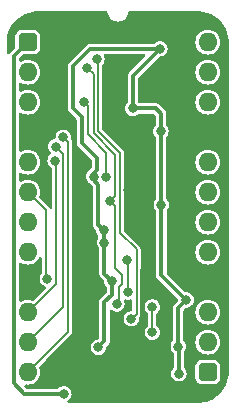
<source format=gbl>
%TF.GenerationSoftware,KiCad,Pcbnew,8.0.4*%
%TF.CreationDate,2024-08-14T13:43:47+02:00*%
%TF.ProjectId,Video Row Latch,56696465-6f20-4526-9f77-204c61746368,V0*%
%TF.SameCoordinates,PX54c81a0PY37b6b20*%
%TF.FileFunction,Copper,L2,Bot*%
%TF.FilePolarity,Positive*%
%FSLAX46Y46*%
G04 Gerber Fmt 4.6, Leading zero omitted, Abs format (unit mm)*
G04 Created by KiCad (PCBNEW 8.0.4) date 2024-08-14 13:43:47*
%MOMM*%
%LPD*%
G01*
G04 APERTURE LIST*
G04 Aperture macros list*
%AMRoundRect*
0 Rectangle with rounded corners*
0 $1 Rounding radius*
0 $2 $3 $4 $5 $6 $7 $8 $9 X,Y pos of 4 corners*
0 Add a 4 corners polygon primitive as box body*
4,1,4,$2,$3,$4,$5,$6,$7,$8,$9,$2,$3,0*
0 Add four circle primitives for the rounded corners*
1,1,$1+$1,$2,$3*
1,1,$1+$1,$4,$5*
1,1,$1+$1,$6,$7*
1,1,$1+$1,$8,$9*
0 Add four rect primitives between the rounded corners*
20,1,$1+$1,$2,$3,$4,$5,0*
20,1,$1+$1,$4,$5,$6,$7,0*
20,1,$1+$1,$6,$7,$8,$9,0*
20,1,$1+$1,$8,$9,$2,$3,0*%
G04 Aperture macros list end*
%TA.AperFunction,ComponentPad*%
%ADD10RoundRect,0.400000X-0.400000X-0.400000X0.400000X-0.400000X0.400000X0.400000X-0.400000X0.400000X0*%
%TD*%
%TA.AperFunction,ComponentPad*%
%ADD11O,1.600000X1.600000*%
%TD*%
%TA.AperFunction,ComponentPad*%
%ADD12R,1.600000X1.600000*%
%TD*%
%TA.AperFunction,ViaPad*%
%ADD13C,0.800000*%
%TD*%
%TA.AperFunction,Conductor*%
%ADD14C,0.380000*%
%TD*%
%TA.AperFunction,Conductor*%
%ADD15C,0.200000*%
%TD*%
G04 APERTURE END LIST*
D10*
%TO.P,J1,1,Pin_1*%
%TO.N,/5V*%
X0Y0D03*
D11*
%TO.P,J1,2,Pin_2*%
%TO.N,unconnected-(J1-Pin_2-Pad2)*%
X0Y-2540000D03*
%TO.P,J1,3,Pin_3*%
%TO.N,unconnected-(J1-Pin_3-Pad3)*%
X0Y-5080000D03*
D12*
%TO.P,J1,4,Pin_4*%
%TO.N,/GND*%
X0Y-7620000D03*
D11*
%TO.P,J1,5,Pin_5*%
%TO.N,/CLK*%
X0Y-10160000D03*
%TO.P,J1,6,Pin_6*%
%TO.N,/~{CLK}*%
X0Y-12700000D03*
%TO.P,J1,7,Pin_7*%
%TO.N,unconnected-(J1-Pin_7-Pad7)*%
X0Y-15240000D03*
%TO.P,J1,8,Pin_8*%
%TO.N,/MR*%
X0Y-17780000D03*
D12*
%TO.P,J1,9,Pin_9*%
%TO.N,/GND*%
X0Y-20320000D03*
D11*
%TO.P,J1,10,Pin_10*%
%TO.N,/LA2*%
X0Y-22860000D03*
%TO.P,J1,11,Pin_11*%
%TO.N,/LA1*%
X0Y-25400000D03*
%TO.P,J1,12,Pin_12*%
%TO.N,/LA0*%
X0Y-27940000D03*
D10*
%TO.P,J1,13,Pin_13*%
%TO.N,/5V*%
X15240000Y-27940000D03*
D11*
%TO.P,J1,14,Pin_14*%
%TO.N,unconnected-(J1-Pin_14-Pad14)*%
X15240000Y-25400000D03*
%TO.P,J1,15,Pin_15*%
%TO.N,unconnected-(J1-Pin_15-Pad15)*%
X15240000Y-22860000D03*
D12*
%TO.P,J1,16,Pin_16*%
%TO.N,/GND*%
X15240000Y-20320000D03*
D11*
%TO.P,J1,17,Pin_17*%
%TO.N,unconnected-(J1-Pin_17-Pad17)*%
X15240000Y-17780000D03*
%TO.P,J1,18,Pin_18*%
%TO.N,unconnected-(J1-Pin_18-Pad18)*%
X15240000Y-15240000D03*
%TO.P,J1,19,Pin_19*%
%TO.N,unconnected-(J1-Pin_19-Pad19)*%
X15240000Y-12700000D03*
%TO.P,J1,20,Pin_20*%
%TO.N,unconnected-(J1-Pin_20-Pad20)*%
X15240000Y-10160000D03*
D12*
%TO.P,J1,21,Pin_21*%
%TO.N,/GND*%
X15240000Y-7620000D03*
D11*
%TO.P,J1,22,Pin_22*%
%TO.N,/~{Load Address Bank}*%
X15240000Y-5080000D03*
%TO.P,J1,23,Pin_23*%
%TO.N,/~{Load Address High}*%
X15240000Y-2540000D03*
%TO.P,J1,24,Pin_24*%
%TO.N,/~{Load Address Low}*%
X15240000Y0D03*
%TD*%
D13*
%TO.N,/GND*%
X12319000Y-3302000D03*
X7925998Y-1524000D03*
%TO.N,/5V*%
X3048000Y-29779000D03*
%TO.N,/GND*%
X5002000Y-10369256D03*
X7925998Y306004D03*
X4510000Y-18857000D03*
X6703293Y-5842002D03*
X4635504Y-15745504D03*
X5138200Y-12763085D03*
X11176000Y-26416000D03*
X8538828Y-10114488D03*
X4572000Y-24191000D03*
X4318000Y-26985000D03*
X10414000Y-18603000D03*
X8508994Y-12507000D03*
X9525000Y-24336000D03*
X10430422Y-6600794D03*
%TO.N,/3.3V*%
X6412000Y-15904240D03*
X6489000Y-16980331D03*
X13398496Y-21841498D03*
X5969000Y-25842000D03*
X7118633Y-20242620D03*
X12737738Y-25776029D03*
X8903293Y-5614000D03*
X11269006Y-7550999D03*
X5589000Y-11390479D03*
X11302997Y-13776997D03*
X12797000Y-28073500D03*
X11185000Y-567000D03*
%TO.N,/~{MR}*%
X8382000Y-18476004D03*
X8497000Y-21166955D03*
%TO.N,/CLK*%
X6985000Y-13462000D03*
X5034000Y-2185000D03*
X7534483Y-22162458D03*
%TO.N,/CEP*%
X6638828Y-11409623D03*
X4747919Y-5051919D03*
%TO.N,/LA2*%
X2310000Y-10026032D03*
%TO.N,/LA1*%
X2387286Y-8843616D03*
%TO.N,/LA0*%
X3001455Y-8054438D03*
%TO.N,/~{MR}_{2}*%
X5842000Y-1434000D03*
X8763000Y-23429000D03*
%TO.N,/~{CLK}*%
X10541000Y-24572000D03*
X1651000Y-20066000D03*
X10541000Y-22413000D03*
%TD*%
D14*
%TO.N,/GND*%
X13716000Y-9144000D02*
X15240000Y-7620000D01*
X13716000Y-18796000D02*
X13716000Y-9144000D01*
X15240000Y-20320000D02*
X13716000Y-18796000D01*
X12319000Y-4699000D02*
X12319000Y-3302000D01*
X15240000Y-7620000D02*
X12319000Y-4699000D01*
D15*
%TO.N,/~{MR}_{2}*%
X5969000Y-7554000D02*
X5969000Y-1561000D01*
X7788828Y-9373828D02*
X5969000Y-7554000D01*
X9212015Y-17552669D02*
X7788828Y-16129482D01*
X9212015Y-22979985D02*
X9212015Y-17552669D01*
X8763000Y-23429000D02*
X9212015Y-22979985D01*
X5969000Y-1561000D02*
X5842000Y-1434000D01*
X7788828Y-16129482D02*
X7788828Y-9373828D01*
D14*
%TO.N,/GND*%
X5327760Y306004D02*
X7925998Y306004D01*
X3230000Y-5828244D02*
X3230000Y-1791756D01*
X3937000Y-9304256D02*
X3937000Y-6535244D01*
X5002000Y-10369256D02*
X3937000Y-9304256D01*
X3937000Y-6535244D02*
X3230000Y-5828244D01*
X3230000Y-1791756D02*
X5327760Y306004D01*
%TO.N,/3.3V*%
X8903293Y-2848707D02*
X11185000Y-567000D01*
X8903293Y-5614000D02*
X8903293Y-2848707D01*
X5275000Y-567000D02*
X11185000Y-567000D01*
X3810000Y-5588000D02*
X3810000Y-2032000D01*
X4572000Y-6350000D02*
X3810000Y-5588000D01*
X4572000Y-8509000D02*
X4572000Y-6350000D01*
X3810000Y-2032000D02*
X5275000Y-567000D01*
X5842000Y-9779000D02*
X4572000Y-8509000D01*
X5842000Y-10795000D02*
X5842000Y-9779000D01*
X5589000Y-11048000D02*
X5842000Y-10795000D01*
X5589000Y-11390479D02*
X5589000Y-11048000D01*
%TO.N,/GND*%
X4749000Y-10622256D02*
X5002000Y-10369256D01*
X5138200Y-12763085D02*
X4749000Y-12373885D01*
X4749000Y-12373885D02*
X4749000Y-10622256D01*
%TO.N,/5V*%
X-1190000Y-28874915D02*
X-285915Y-29779000D01*
X-1190000Y-1190000D02*
X-1190000Y-28874915D01*
X-285915Y-29779000D02*
X3048000Y-29779000D01*
X0Y0D02*
X-1190000Y-1190000D01*
%TO.N,/GND*%
X4510000Y-18857000D02*
X4981000Y-19328000D01*
X5207000Y-16317000D02*
X4635504Y-15745504D01*
X5138200Y-12763085D02*
X4635504Y-13265781D01*
X4981000Y-19328000D02*
X4981000Y-23782000D01*
X8508994Y-12507000D02*
X10414000Y-14412006D01*
X7462085Y-6600794D02*
X6703293Y-5842002D01*
X9702015Y-19314985D02*
X9702015Y-24158985D01*
X10430422Y-6600794D02*
X7462085Y-6600794D01*
X4191000Y-24572000D02*
X4572000Y-24191000D01*
X8508994Y-12507000D02*
X8508994Y-10144322D01*
X5207000Y-18160000D02*
X5207000Y-16317000D01*
X10414000Y-14412006D02*
X10414000Y-18603000D01*
X10414000Y-18603000D02*
X9702015Y-19314985D01*
X4635504Y-13265781D02*
X4635504Y-15745504D01*
X4510000Y-18857000D02*
X5207000Y-18160000D01*
X9702015Y-24158985D02*
X9525000Y-24336000D01*
X8508994Y-10144322D02*
X8538828Y-10114488D01*
X4318000Y-26985000D02*
X4191000Y-26858000D01*
X4191000Y-26858000D02*
X4191000Y-24572000D01*
X4981000Y-23782000D02*
X4572000Y-24191000D01*
%TO.N,/3.3V*%
X11269006Y-7550999D02*
X11269006Y-13743006D01*
X6412000Y-15904240D02*
X5969000Y-15461240D01*
X6412000Y-16903331D02*
X6489000Y-16980331D01*
X10821000Y-5614000D02*
X11269006Y-6062006D01*
X12737738Y-22502256D02*
X13398496Y-21841498D01*
X5969000Y-15461240D02*
X5969000Y-12065000D01*
X6477000Y-25334000D02*
X5969000Y-25842000D01*
X11269006Y-6062006D02*
X11269006Y-7550999D01*
X12797000Y-25835291D02*
X12737738Y-25776029D01*
X8903293Y-5614000D02*
X10821000Y-5614000D01*
X6412000Y-15904240D02*
X6412000Y-16903331D01*
X7118633Y-20242620D02*
X7118633Y-21390367D01*
X13398496Y-21841498D02*
X11302997Y-19745999D01*
X6489000Y-19612987D02*
X6489000Y-16980331D01*
X12797000Y-28073500D02*
X12797000Y-25835291D01*
X7118633Y-20242620D02*
X6489000Y-19612987D01*
X6477000Y-22032000D02*
X6477000Y-25334000D01*
X12737738Y-25776029D02*
X12737738Y-22502256D01*
X11302997Y-19745999D02*
X11302997Y-13776997D01*
X11269006Y-13743006D02*
X11302997Y-13776997D01*
X5589000Y-11685000D02*
X5589000Y-11390479D01*
X5969000Y-12065000D02*
X5589000Y-11685000D01*
X7118633Y-21390367D02*
X6477000Y-22032000D01*
D15*
%TO.N,/~{MR}*%
X8516000Y-21147955D02*
X8497000Y-21166955D01*
X8382000Y-18476004D02*
X8516000Y-18610004D01*
X8516000Y-18610004D02*
X8516000Y-21147955D01*
%TO.N,/CLK*%
X7388828Y-13865828D02*
X7388828Y-19089167D01*
X7747000Y-20762000D02*
X7747000Y-21949941D01*
X7747000Y-21949941D02*
X7534483Y-22162458D01*
X7388828Y-19089167D02*
X8001000Y-19701339D01*
X7388828Y-13058172D02*
X6985000Y-13462000D01*
X8001000Y-20508000D02*
X7747000Y-20762000D01*
X7388828Y-9539514D02*
X7388828Y-13058172D01*
X5034000Y-2185000D02*
X5569000Y-2720000D01*
X6985000Y-13462000D02*
X7388828Y-13865828D01*
X8001000Y-19701339D02*
X8001000Y-20508000D01*
X5569000Y-2720000D02*
X5569000Y-7719686D01*
X5569000Y-7719686D02*
X7388828Y-9539514D01*
%TO.N,/CEP*%
X5080000Y-7808000D02*
X5080000Y-5384000D01*
X5080000Y-5384000D02*
X4747919Y-5051919D01*
X6638828Y-11409623D02*
X6638828Y-9366828D01*
X6638828Y-9366828D02*
X5080000Y-7808000D01*
%TO.N,/LA2*%
X2413000Y-20447000D02*
X2413000Y-10129032D01*
X0Y-22860000D02*
X2413000Y-20447000D01*
X2413000Y-10129032D02*
X2310000Y-10026032D01*
%TO.N,/LA1*%
X2387286Y-8843616D02*
X3010000Y-9466330D01*
X3010000Y-22390000D02*
X0Y-25400000D01*
X3010000Y-9466330D02*
X3010000Y-22390000D01*
%TO.N,/LA0*%
X3410000Y-8462983D02*
X3410000Y-24530000D01*
X3410000Y-24530000D02*
X0Y-27940000D01*
X3001455Y-8054438D02*
X3410000Y-8462983D01*
%TO.N,/~{CLK}*%
X1524000Y-14224000D02*
X0Y-12700000D01*
X10541000Y-24572000D02*
X10541000Y-22413000D01*
X1651000Y-20066000D02*
X1524000Y-19939000D01*
X1524000Y-19939000D02*
X1524000Y-14224000D01*
%TD*%
%TA.AperFunction,Conductor*%
%TO.N,/GND*%
G36*
X1524000Y-29338500D02*
G01*
X-52092Y-29338500D01*
X-119131Y-29318815D01*
X-139773Y-29302181D01*
X-250086Y-29191868D01*
X-283571Y-29130545D01*
X-278587Y-29060853D01*
X-236715Y-29004920D01*
X-171251Y-28980503D01*
X-150256Y-28980783D01*
X0Y-28995583D01*
X205934Y-28975300D01*
X403954Y-28915232D01*
X586450Y-28817685D01*
X746410Y-28686410D01*
X877685Y-28526450D01*
X975232Y-28343954D01*
X1035300Y-28145934D01*
X1055583Y-27940000D01*
X1035300Y-27734066D01*
X979210Y-27549163D01*
X978588Y-27479298D01*
X1010189Y-27425491D01*
X1524000Y-26911681D01*
X1524000Y-29338500D01*
G37*
%TD.AperFunction*%
%TA.AperFunction,Conductor*%
G36*
X1122922Y-18208129D02*
G01*
X1165291Y-18263687D01*
X1173500Y-18308055D01*
X1173500Y-19574021D01*
X1153815Y-19641060D01*
X1151550Y-19644461D01*
X1070781Y-19761475D01*
X1070780Y-19761476D01*
X1014762Y-19909181D01*
X995722Y-20065999D01*
X995722Y-20066000D01*
X1014762Y-20222818D01*
X1048476Y-20311712D01*
X1070780Y-20370523D01*
X1160517Y-20500530D01*
X1278760Y-20605283D01*
X1418635Y-20678696D01*
X1419352Y-20678872D01*
X1419824Y-20679147D01*
X1425650Y-20681357D01*
X1425282Y-20682325D01*
X1479734Y-20714025D01*
X1511527Y-20776242D01*
X1504635Y-20845771D01*
X1477365Y-20886952D01*
X514508Y-21849808D01*
X453185Y-21883293D01*
X390833Y-21880788D01*
X205934Y-21824700D01*
X205932Y-21824699D01*
X205934Y-21824699D01*
X0Y-21804417D01*
X-205933Y-21824699D01*
X-403959Y-21884769D01*
X-567047Y-21971943D01*
X-635449Y-21986185D01*
X-700693Y-21961185D01*
X-742064Y-21904880D01*
X-749500Y-21862585D01*
X-749500Y-18777414D01*
X-729815Y-18710375D01*
X-677011Y-18664620D01*
X-607853Y-18654676D01*
X-567050Y-18668054D01*
X-403954Y-18755232D01*
X-205934Y-18815300D01*
X-205935Y-18815300D01*
X-187471Y-18817118D01*
X0Y-18835583D01*
X205934Y-18815300D01*
X403954Y-18755232D01*
X586450Y-18657685D01*
X746410Y-18526410D01*
X877685Y-18366450D01*
X940143Y-18249599D01*
X989105Y-18199757D01*
X1057242Y-18184297D01*
X1122922Y-18208129D01*
G37*
%TD.AperFunction*%
%TA.AperFunction,Conductor*%
G36*
X1524000Y-13728318D02*
G01*
X1010191Y-13214509D01*
X976706Y-13153186D01*
X979210Y-13090837D01*
X1035300Y-12905934D01*
X1055583Y-12700000D01*
X1035300Y-12494066D01*
X975232Y-12296046D01*
X877685Y-12113550D01*
X825702Y-12050209D01*
X746410Y-11953589D01*
X628677Y-11856969D01*
X586450Y-11822315D01*
X403954Y-11724768D01*
X205934Y-11664700D01*
X205932Y-11664699D01*
X205934Y-11664699D01*
X0Y-11644417D01*
X-205933Y-11664699D01*
X-403959Y-11724769D01*
X-567047Y-11811943D01*
X-635449Y-11826185D01*
X-700693Y-11801185D01*
X-742064Y-11744880D01*
X-749500Y-11702585D01*
X-749500Y-11157414D01*
X-729815Y-11090375D01*
X-677011Y-11044620D01*
X-607853Y-11034676D01*
X-567050Y-11048054D01*
X-403954Y-11135232D01*
X-205934Y-11195300D01*
X-205935Y-11195300D01*
X-187471Y-11197118D01*
X0Y-11215583D01*
X205934Y-11195300D01*
X403954Y-11135232D01*
X586450Y-11037685D01*
X746410Y-10906410D01*
X877685Y-10746450D01*
X975232Y-10563954D01*
X1035300Y-10365934D01*
X1055583Y-10160000D01*
X1035300Y-9954066D01*
X975232Y-9756046D01*
X877685Y-9573550D01*
X806450Y-9486749D01*
X746410Y-9413589D01*
X628677Y-9316969D01*
X586450Y-9282315D01*
X403954Y-9184768D01*
X205934Y-9124700D01*
X205932Y-9124699D01*
X205934Y-9124699D01*
X0Y-9104417D01*
X-205933Y-9124699D01*
X-403959Y-9184769D01*
X-567047Y-9271943D01*
X-635449Y-9286185D01*
X-700693Y-9261185D01*
X-742064Y-9204880D01*
X-749500Y-9162585D01*
X-749500Y-6077414D01*
X-729815Y-6010375D01*
X-677011Y-5964620D01*
X-607853Y-5954676D01*
X-567050Y-5968054D01*
X-403954Y-6055232D01*
X-205934Y-6115300D01*
X-205935Y-6115300D01*
X-187471Y-6117118D01*
X0Y-6135583D01*
X205934Y-6115300D01*
X403954Y-6055232D01*
X586450Y-5957685D01*
X746410Y-5826410D01*
X877685Y-5666450D01*
X975232Y-5483954D01*
X1035300Y-5285934D01*
X1055583Y-5080000D01*
X1035300Y-4874066D01*
X975232Y-4676046D01*
X877685Y-4493550D01*
X825702Y-4430209D01*
X746410Y-4333589D01*
X628677Y-4236969D01*
X586450Y-4202315D01*
X403954Y-4104768D01*
X205934Y-4044700D01*
X205932Y-4044699D01*
X205934Y-4044699D01*
X0Y-4024417D01*
X-205933Y-4044699D01*
X-403959Y-4104769D01*
X-567047Y-4191943D01*
X-635449Y-4206185D01*
X-700693Y-4181185D01*
X-742064Y-4124880D01*
X-749500Y-4082585D01*
X-749500Y-3537414D01*
X-729815Y-3470375D01*
X-677011Y-3424620D01*
X-607853Y-3414676D01*
X-567050Y-3428054D01*
X-403954Y-3515232D01*
X-205934Y-3575300D01*
X-205935Y-3575300D01*
X-187471Y-3577118D01*
X0Y-3595583D01*
X205934Y-3575300D01*
X403954Y-3515232D01*
X586450Y-3417685D01*
X746410Y-3286410D01*
X877685Y-3126450D01*
X975232Y-2943954D01*
X1035300Y-2745934D01*
X1055583Y-2540000D01*
X1035300Y-2334066D01*
X975232Y-2136046D01*
X877685Y-1953550D01*
X825702Y-1890209D01*
X746410Y-1793589D01*
X628677Y-1696969D01*
X586450Y-1662315D01*
X403954Y-1564768D01*
X205934Y-1504700D01*
X205932Y-1504699D01*
X205934Y-1504699D01*
X0Y-1484417D01*
X-205933Y-1504699D01*
X-403959Y-1564769D01*
X-567047Y-1651943D01*
X-635449Y-1666185D01*
X-700693Y-1641185D01*
X-742064Y-1584880D01*
X-749500Y-1542585D01*
X-749500Y-1423823D01*
X-729815Y-1356784D01*
X-713181Y-1336142D01*
X-463858Y-1086819D01*
X-402535Y-1053334D01*
X-376177Y-1050500D01*
X465686Y-1050500D01*
X465694Y-1050500D01*
X502569Y-1047598D01*
X502571Y-1047597D01*
X502573Y-1047597D01*
X544191Y-1035505D01*
X660398Y-1001744D01*
X801865Y-918081D01*
X918081Y-801865D01*
X1001744Y-660398D01*
X1047598Y-502569D01*
X1050500Y-465694D01*
X1050500Y465694D01*
X1047598Y502569D01*
X1001744Y660398D01*
X918081Y801865D01*
X918079Y801867D01*
X918076Y801871D01*
X801870Y918077D01*
X801862Y918083D01*
X660396Y1001745D01*
X660393Y1001746D01*
X502573Y1047598D01*
X502567Y1047599D01*
X465701Y1050500D01*
X465694Y1050500D01*
X-465694Y1050500D01*
X-465702Y1050500D01*
X-502568Y1047599D01*
X-502574Y1047598D01*
X-660394Y1001746D01*
X-660397Y1001745D01*
X-801863Y918083D01*
X-801871Y918077D01*
X-918077Y801871D01*
X-918083Y801863D01*
X-1001745Y660397D01*
X-1001746Y660394D01*
X-1047598Y502574D01*
X-1047599Y502568D01*
X-1050500Y465702D01*
X-1050500Y-376177D01*
X-1070185Y-443216D01*
X-1086819Y-463858D01*
X-1542486Y-919524D01*
X-1542488Y-919527D01*
X-1546614Y-926674D01*
X-1597182Y-974888D01*
X-1665790Y-988109D01*
X-1730654Y-962140D01*
X-1771181Y-905225D01*
X-1778000Y-864671D01*
X-1778000Y-862D01*
X-1777987Y910D01*
X-1775837Y151349D01*
X-1774946Y164523D01*
X-1738564Y464159D01*
X-1735871Y478853D01*
X-1663846Y771068D01*
X-1659394Y785353D01*
X-1552677Y1066740D01*
X-1546544Y1080366D01*
X-1406682Y1346847D01*
X-1398957Y1359628D01*
X-1227984Y1607322D01*
X-1218768Y1619085D01*
X-1019195Y1844354D01*
X-1008623Y1854925D01*
X-783368Y2054480D01*
X-771581Y2063714D01*
X-523921Y2234659D01*
X-511121Y2242398D01*
X-244642Y2382255D01*
X-230995Y2388396D01*
X50387Y2495107D01*
X64662Y2499555D01*
X356875Y2571576D01*
X371572Y2574270D01*
X671224Y2610650D01*
X684356Y2611540D01*
X834950Y2613721D01*
X836512Y2613733D01*
X1524000Y2614021D01*
X1524000Y-13728318D01*
G37*
%TD.AperFunction*%
%TD*%
%TA.AperFunction,Conductor*%
%TO.N,/GND*%
G36*
X14403443Y2613734D02*
G01*
X14405041Y2613722D01*
X14555654Y2611508D01*
X14568766Y2610618D01*
X14868417Y2574237D01*
X14883121Y2571543D01*
X15175323Y2499525D01*
X15189606Y2495074D01*
X15470988Y2388363D01*
X15484619Y2382228D01*
X15751094Y2242374D01*
X15763896Y2234636D01*
X15934481Y2116892D01*
X16011559Y2063690D01*
X16023347Y2054455D01*
X16248598Y1854902D01*
X16259182Y1844318D01*
X16458734Y1619074D01*
X16467969Y1607286D01*
X16638914Y1359631D01*
X16646660Y1346817D01*
X16786503Y1080371D01*
X16792649Y1066717D01*
X16899362Y785342D01*
X16903817Y771045D01*
X16975833Y478868D01*
X16978532Y464139D01*
X17014913Y164512D01*
X17015804Y151364D01*
X17017986Y899D01*
X17017999Y-899D01*
X17017999Y-27939137D01*
X17017986Y-27940909D01*
X17015836Y-28091348D01*
X17014945Y-28104522D01*
X16978565Y-28404143D01*
X16975866Y-28418873D01*
X16903848Y-28711057D01*
X16899393Y-28725352D01*
X16792682Y-29006724D01*
X16786536Y-29020379D01*
X16646691Y-29286829D01*
X16638945Y-29299644D01*
X16467992Y-29547309D01*
X16458757Y-29559096D01*
X16259206Y-29784340D01*
X16248617Y-29794928D01*
X16023367Y-29994479D01*
X16011580Y-30003713D01*
X15763920Y-30174658D01*
X15751106Y-30182405D01*
X15484645Y-30322251D01*
X15470990Y-30328396D01*
X15189622Y-30435102D01*
X15175326Y-30439557D01*
X14883140Y-30511572D01*
X14868411Y-30514271D01*
X14568783Y-30550648D01*
X14555634Y-30551539D01*
X14405166Y-30553719D01*
X14403370Y-30553732D01*
X13716000Y-30553732D01*
X13716000Y-27474298D01*
X14189500Y-27474298D01*
X14189500Y-28405701D01*
X14192401Y-28442567D01*
X14192402Y-28442573D01*
X14238254Y-28600393D01*
X14238255Y-28600396D01*
X14321917Y-28741862D01*
X14321923Y-28741870D01*
X14438129Y-28858076D01*
X14438133Y-28858079D01*
X14438135Y-28858081D01*
X14579602Y-28941744D01*
X14621224Y-28953836D01*
X14737426Y-28987597D01*
X14737429Y-28987597D01*
X14737431Y-28987598D01*
X14774306Y-28990500D01*
X14774314Y-28990500D01*
X15705686Y-28990500D01*
X15705694Y-28990500D01*
X15742569Y-28987598D01*
X15742571Y-28987597D01*
X15742573Y-28987597D01*
X15784191Y-28975505D01*
X15900398Y-28941744D01*
X16041865Y-28858081D01*
X16158081Y-28741865D01*
X16241744Y-28600398D01*
X16287598Y-28442569D01*
X16290500Y-28405694D01*
X16290500Y-27474306D01*
X16287598Y-27437431D01*
X16241744Y-27279602D01*
X16158081Y-27138135D01*
X16158079Y-27138133D01*
X16158076Y-27138129D01*
X16041870Y-27021923D01*
X16041862Y-27021917D01*
X15900396Y-26938255D01*
X15900393Y-26938254D01*
X15742573Y-26892402D01*
X15742567Y-26892401D01*
X15705701Y-26889500D01*
X15705694Y-26889500D01*
X14774306Y-26889500D01*
X14774298Y-26889500D01*
X14737432Y-26892401D01*
X14737426Y-26892402D01*
X14579606Y-26938254D01*
X14579603Y-26938255D01*
X14438137Y-27021917D01*
X14438129Y-27021923D01*
X14321923Y-27138129D01*
X14321917Y-27138137D01*
X14238255Y-27279603D01*
X14238254Y-27279606D01*
X14192402Y-27437426D01*
X14192401Y-27437432D01*
X14189500Y-27474298D01*
X13716000Y-27474298D01*
X13716000Y-25400000D01*
X14184417Y-25400000D01*
X14204699Y-25605932D01*
X14204700Y-25605934D01*
X14264768Y-25803954D01*
X14362315Y-25986450D01*
X14362317Y-25986452D01*
X14493589Y-26146410D01*
X14590209Y-26225702D01*
X14653550Y-26277685D01*
X14836046Y-26375232D01*
X15034066Y-26435300D01*
X15034065Y-26435300D01*
X15052529Y-26437118D01*
X15240000Y-26455583D01*
X15445934Y-26435300D01*
X15643954Y-26375232D01*
X15826450Y-26277685D01*
X15986410Y-26146410D01*
X16117685Y-25986450D01*
X16215232Y-25803954D01*
X16275300Y-25605934D01*
X16295583Y-25400000D01*
X16275300Y-25194066D01*
X16215232Y-24996046D01*
X16117685Y-24813550D01*
X16065702Y-24750209D01*
X15986410Y-24653589D01*
X15826452Y-24522317D01*
X15826453Y-24522317D01*
X15826450Y-24522315D01*
X15643954Y-24424768D01*
X15445934Y-24364700D01*
X15445932Y-24364699D01*
X15445934Y-24364699D01*
X15240000Y-24344417D01*
X15034067Y-24364699D01*
X14836043Y-24424769D01*
X14725898Y-24483643D01*
X14653550Y-24522315D01*
X14653548Y-24522316D01*
X14653547Y-24522317D01*
X14493589Y-24653589D01*
X14362317Y-24813547D01*
X14264769Y-24996043D01*
X14204699Y-25194067D01*
X14184417Y-25400000D01*
X13716000Y-25400000D01*
X13716000Y-22860000D01*
X14184417Y-22860000D01*
X14204699Y-23065932D01*
X14204700Y-23065934D01*
X14264768Y-23263954D01*
X14362315Y-23446450D01*
X14362317Y-23446452D01*
X14493589Y-23606410D01*
X14590209Y-23685702D01*
X14653550Y-23737685D01*
X14836046Y-23835232D01*
X15034066Y-23895300D01*
X15034065Y-23895300D01*
X15052529Y-23897118D01*
X15240000Y-23915583D01*
X15445934Y-23895300D01*
X15643954Y-23835232D01*
X15826450Y-23737685D01*
X15986410Y-23606410D01*
X16117685Y-23446450D01*
X16215232Y-23263954D01*
X16275300Y-23065934D01*
X16295583Y-22860000D01*
X16275300Y-22654066D01*
X16215232Y-22456046D01*
X16117685Y-22273550D01*
X16065702Y-22210209D01*
X15986410Y-22113589D01*
X15826452Y-21982317D01*
X15826453Y-21982317D01*
X15826450Y-21982315D01*
X15643954Y-21884768D01*
X15445934Y-21824700D01*
X15445932Y-21824699D01*
X15445934Y-21824699D01*
X15240000Y-21804417D01*
X15034067Y-21824699D01*
X14836043Y-21884769D01*
X14725898Y-21943643D01*
X14653550Y-21982315D01*
X14653548Y-21982316D01*
X14653547Y-21982317D01*
X14493589Y-22113589D01*
X14362317Y-22273547D01*
X14362315Y-22273550D01*
X14330950Y-22332229D01*
X14264769Y-22456043D01*
X14204699Y-22654067D01*
X14184417Y-22860000D01*
X13716000Y-22860000D01*
X13716000Y-22409509D01*
X13770736Y-22380781D01*
X13888979Y-22276028D01*
X13978716Y-22146021D01*
X14034733Y-21998316D01*
X14053774Y-21841498D01*
X14034733Y-21684680D01*
X13978716Y-21536975D01*
X13888979Y-21406968D01*
X13770736Y-21302215D01*
X13770734Y-21302214D01*
X13770733Y-21302213D01*
X13716000Y-21273486D01*
X13716000Y-17780000D01*
X14184417Y-17780000D01*
X14204699Y-17985932D01*
X14204700Y-17985934D01*
X14264768Y-18183954D01*
X14362315Y-18366450D01*
X14362317Y-18366452D01*
X14493589Y-18526410D01*
X14590209Y-18605702D01*
X14653550Y-18657685D01*
X14836046Y-18755232D01*
X15034066Y-18815300D01*
X15034065Y-18815300D01*
X15052529Y-18817118D01*
X15240000Y-18835583D01*
X15445934Y-18815300D01*
X15643954Y-18755232D01*
X15826450Y-18657685D01*
X15986410Y-18526410D01*
X16117685Y-18366450D01*
X16215232Y-18183954D01*
X16275300Y-17985934D01*
X16295583Y-17780000D01*
X16275300Y-17574066D01*
X16215232Y-17376046D01*
X16117685Y-17193550D01*
X16065702Y-17130209D01*
X15986410Y-17033589D01*
X15826452Y-16902317D01*
X15826453Y-16902317D01*
X15826450Y-16902315D01*
X15643954Y-16804768D01*
X15445934Y-16744700D01*
X15445932Y-16744699D01*
X15445934Y-16744699D01*
X15240000Y-16724417D01*
X15034067Y-16744699D01*
X14836043Y-16804769D01*
X14725898Y-16863643D01*
X14653550Y-16902315D01*
X14653548Y-16902316D01*
X14653547Y-16902317D01*
X14493589Y-17033589D01*
X14362317Y-17193547D01*
X14264769Y-17376043D01*
X14204699Y-17574067D01*
X14184417Y-17780000D01*
X13716000Y-17780000D01*
X13716000Y-15240000D01*
X14184417Y-15240000D01*
X14204699Y-15445932D01*
X14204700Y-15445934D01*
X14264768Y-15643954D01*
X14362315Y-15826450D01*
X14362317Y-15826452D01*
X14493589Y-15986410D01*
X14590209Y-16065702D01*
X14653550Y-16117685D01*
X14836046Y-16215232D01*
X15034066Y-16275300D01*
X15034065Y-16275300D01*
X15052529Y-16277118D01*
X15240000Y-16295583D01*
X15445934Y-16275300D01*
X15643954Y-16215232D01*
X15826450Y-16117685D01*
X15986410Y-15986410D01*
X16117685Y-15826450D01*
X16215232Y-15643954D01*
X16275300Y-15445934D01*
X16295583Y-15240000D01*
X16275300Y-15034066D01*
X16215232Y-14836046D01*
X16117685Y-14653550D01*
X16065702Y-14590209D01*
X15986410Y-14493589D01*
X15826452Y-14362317D01*
X15826453Y-14362317D01*
X15826450Y-14362315D01*
X15643954Y-14264768D01*
X15445934Y-14204700D01*
X15445932Y-14204699D01*
X15445934Y-14204699D01*
X15240000Y-14184417D01*
X15034067Y-14204699D01*
X14836043Y-14264769D01*
X14725898Y-14323643D01*
X14653550Y-14362315D01*
X14653548Y-14362316D01*
X14653547Y-14362317D01*
X14493589Y-14493589D01*
X14362317Y-14653547D01*
X14264769Y-14836043D01*
X14204699Y-15034067D01*
X14184417Y-15240000D01*
X13716000Y-15240000D01*
X13716000Y-12700000D01*
X14184417Y-12700000D01*
X14204699Y-12905932D01*
X14204700Y-12905934D01*
X14264768Y-13103954D01*
X14362315Y-13286450D01*
X14362317Y-13286452D01*
X14493589Y-13446410D01*
X14590209Y-13525702D01*
X14653550Y-13577685D01*
X14836046Y-13675232D01*
X15034066Y-13735300D01*
X15034065Y-13735300D01*
X15052529Y-13737118D01*
X15240000Y-13755583D01*
X15445934Y-13735300D01*
X15643954Y-13675232D01*
X15826450Y-13577685D01*
X15986410Y-13446410D01*
X16117685Y-13286450D01*
X16215232Y-13103954D01*
X16275300Y-12905934D01*
X16295583Y-12700000D01*
X16275300Y-12494066D01*
X16215232Y-12296046D01*
X16117685Y-12113550D01*
X16065702Y-12050209D01*
X15986410Y-11953589D01*
X15826452Y-11822317D01*
X15826453Y-11822317D01*
X15826450Y-11822315D01*
X15643954Y-11724768D01*
X15445934Y-11664700D01*
X15445932Y-11664699D01*
X15445934Y-11664699D01*
X15240000Y-11644417D01*
X15034067Y-11664699D01*
X14836043Y-11724769D01*
X14725898Y-11783643D01*
X14653550Y-11822315D01*
X14653548Y-11822316D01*
X14653547Y-11822317D01*
X14493589Y-11953589D01*
X14362317Y-12113547D01*
X14264769Y-12296043D01*
X14204699Y-12494067D01*
X14184417Y-12700000D01*
X13716000Y-12700000D01*
X13716000Y-10160000D01*
X14184417Y-10160000D01*
X14204699Y-10365932D01*
X14204700Y-10365934D01*
X14264768Y-10563954D01*
X14362315Y-10746450D01*
X14362317Y-10746452D01*
X14493589Y-10906410D01*
X14590209Y-10985702D01*
X14653550Y-11037685D01*
X14836046Y-11135232D01*
X15034066Y-11195300D01*
X15034065Y-11195300D01*
X15052529Y-11197118D01*
X15240000Y-11215583D01*
X15445934Y-11195300D01*
X15643954Y-11135232D01*
X15826450Y-11037685D01*
X15986410Y-10906410D01*
X16117685Y-10746450D01*
X16215232Y-10563954D01*
X16275300Y-10365934D01*
X16295583Y-10160000D01*
X16275300Y-9954066D01*
X16215232Y-9756046D01*
X16117685Y-9573550D01*
X16065702Y-9510209D01*
X15986410Y-9413589D01*
X15826452Y-9282317D01*
X15826453Y-9282317D01*
X15826450Y-9282315D01*
X15643954Y-9184768D01*
X15445934Y-9124700D01*
X15445932Y-9124699D01*
X15445934Y-9124699D01*
X15240000Y-9104417D01*
X15034067Y-9124699D01*
X14836043Y-9184769D01*
X14725898Y-9243643D01*
X14653550Y-9282315D01*
X14653548Y-9282316D01*
X14653547Y-9282317D01*
X14493589Y-9413589D01*
X14362317Y-9573547D01*
X14264769Y-9756043D01*
X14204699Y-9954067D01*
X14184417Y-10160000D01*
X13716000Y-10160000D01*
X13716000Y-5080000D01*
X14184417Y-5080000D01*
X14204699Y-5285932D01*
X14204700Y-5285934D01*
X14264768Y-5483954D01*
X14362315Y-5666450D01*
X14362317Y-5666452D01*
X14493589Y-5826410D01*
X14590209Y-5905702D01*
X14653550Y-5957685D01*
X14836046Y-6055232D01*
X15034066Y-6115300D01*
X15034065Y-6115300D01*
X15052529Y-6117118D01*
X15240000Y-6135583D01*
X15445934Y-6115300D01*
X15643954Y-6055232D01*
X15826450Y-5957685D01*
X15986410Y-5826410D01*
X16117685Y-5666450D01*
X16215232Y-5483954D01*
X16275300Y-5285934D01*
X16295583Y-5080000D01*
X16275300Y-4874066D01*
X16215232Y-4676046D01*
X16117685Y-4493550D01*
X16065702Y-4430209D01*
X15986410Y-4333589D01*
X15826452Y-4202317D01*
X15826453Y-4202317D01*
X15826450Y-4202315D01*
X15643954Y-4104768D01*
X15445934Y-4044700D01*
X15445932Y-4044699D01*
X15445934Y-4044699D01*
X15240000Y-4024417D01*
X15034067Y-4044699D01*
X14836043Y-4104769D01*
X14725898Y-4163643D01*
X14653550Y-4202315D01*
X14653548Y-4202316D01*
X14653547Y-4202317D01*
X14493589Y-4333589D01*
X14362317Y-4493547D01*
X14264769Y-4676043D01*
X14204699Y-4874067D01*
X14184417Y-5080000D01*
X13716000Y-5080000D01*
X13716000Y-2540000D01*
X14184417Y-2540000D01*
X14204699Y-2745932D01*
X14204700Y-2745934D01*
X14264768Y-2943954D01*
X14362315Y-3126450D01*
X14362317Y-3126452D01*
X14493589Y-3286410D01*
X14590209Y-3365702D01*
X14653550Y-3417685D01*
X14836046Y-3515232D01*
X15034066Y-3575300D01*
X15034065Y-3575300D01*
X15052529Y-3577118D01*
X15240000Y-3595583D01*
X15445934Y-3575300D01*
X15643954Y-3515232D01*
X15826450Y-3417685D01*
X15986410Y-3286410D01*
X16117685Y-3126450D01*
X16215232Y-2943954D01*
X16275300Y-2745934D01*
X16295583Y-2540000D01*
X16275300Y-2334066D01*
X16215232Y-2136046D01*
X16117685Y-1953550D01*
X16065702Y-1890209D01*
X15986410Y-1793589D01*
X15826452Y-1662317D01*
X15826453Y-1662317D01*
X15826450Y-1662315D01*
X15643954Y-1564768D01*
X15445934Y-1504700D01*
X15445932Y-1504699D01*
X15445934Y-1504699D01*
X15240000Y-1484417D01*
X15034067Y-1504699D01*
X14836043Y-1564769D01*
X14725898Y-1623643D01*
X14653550Y-1662315D01*
X14653548Y-1662316D01*
X14653547Y-1662317D01*
X14493589Y-1793589D01*
X14362317Y-1953547D01*
X14264769Y-2136043D01*
X14204699Y-2334067D01*
X14184417Y-2540000D01*
X13716000Y-2540000D01*
X13716000Y0D01*
X14184417Y0D01*
X14204699Y-205932D01*
X14204700Y-205934D01*
X14264768Y-403954D01*
X14362315Y-586450D01*
X14362317Y-586452D01*
X14493589Y-746410D01*
X14590209Y-825702D01*
X14653550Y-877685D01*
X14836046Y-975232D01*
X15034066Y-1035300D01*
X15034065Y-1035300D01*
X15052529Y-1037118D01*
X15240000Y-1055583D01*
X15445934Y-1035300D01*
X15643954Y-975232D01*
X15826450Y-877685D01*
X15986410Y-746410D01*
X16117685Y-586450D01*
X16215232Y-403954D01*
X16275300Y-205934D01*
X16295583Y0D01*
X16275300Y205934D01*
X16215232Y403954D01*
X16117685Y586450D01*
X16065702Y649791D01*
X15986410Y746411D01*
X15826452Y877683D01*
X15826453Y877683D01*
X15826450Y877685D01*
X15643954Y975232D01*
X15445934Y1035300D01*
X15445932Y1035301D01*
X15445934Y1035301D01*
X15240000Y1055583D01*
X15034067Y1035301D01*
X14836043Y975231D01*
X14725898Y916357D01*
X14653550Y877685D01*
X14653548Y877684D01*
X14653547Y877683D01*
X14493589Y746411D01*
X14362317Y586453D01*
X14264769Y403957D01*
X14204699Y205933D01*
X14184417Y0D01*
X13716000Y0D01*
X13716000Y2614022D01*
X14403443Y2613734D01*
G37*
%TD.AperFunction*%
%TD*%
%TA.AperFunction,Conductor*%
%TO.N,/GND*%
G36*
X11281261Y2615041D02*
G01*
X13716000Y2614022D01*
X13716000Y-21273485D01*
X13630861Y-21228801D01*
X13477482Y-21190998D01*
X13477481Y-21190998D01*
X13422319Y-21190998D01*
X13355280Y-21171313D01*
X13334638Y-21154679D01*
X11779816Y-19599857D01*
X11746331Y-19538534D01*
X11743497Y-19512176D01*
X11743497Y-14311615D01*
X11763182Y-14244576D01*
X11785271Y-14218798D01*
X11793480Y-14211527D01*
X11883217Y-14081520D01*
X11939234Y-13933815D01*
X11958275Y-13776997D01*
X11939234Y-13620179D01*
X11883217Y-13472474D01*
X11793480Y-13342467D01*
X11777488Y-13328299D01*
X11751278Y-13305079D01*
X11714152Y-13245889D01*
X11709506Y-13212264D01*
X11709506Y-8085617D01*
X11729191Y-8018578D01*
X11751280Y-7992800D01*
X11759489Y-7985529D01*
X11849226Y-7855522D01*
X11905243Y-7707817D01*
X11924284Y-7550999D01*
X11905243Y-7394181D01*
X11901311Y-7383814D01*
X11883998Y-7338163D01*
X11849226Y-7246476D01*
X11759489Y-7116469D01*
X11759487Y-7116467D01*
X11751279Y-7109195D01*
X11714152Y-7050006D01*
X11709506Y-7016380D01*
X11709506Y-6004015D01*
X11709506Y-6004013D01*
X11679487Y-5891979D01*
X11675191Y-5884539D01*
X11660142Y-5858473D01*
X11621494Y-5791533D01*
X11539479Y-5709518D01*
X11091473Y-5261512D01*
X11041250Y-5232515D01*
X10991028Y-5203519D01*
X10935010Y-5188509D01*
X10878993Y-5173500D01*
X10878992Y-5173500D01*
X9467793Y-5173500D01*
X9400754Y-5153815D01*
X9354999Y-5101011D01*
X9343793Y-5049500D01*
X9343793Y-3082530D01*
X9363478Y-3015491D01*
X9380112Y-2994849D01*
X11121142Y-1253819D01*
X11182465Y-1220334D01*
X11208823Y-1217500D01*
X11263985Y-1217500D01*
X11417365Y-1179696D01*
X11425415Y-1175471D01*
X11557240Y-1106283D01*
X11675483Y-1001530D01*
X11765220Y-871523D01*
X11821237Y-723818D01*
X11840278Y-567000D01*
X11821237Y-410182D01*
X11765220Y-262477D01*
X11675483Y-132470D01*
X11557240Y-27717D01*
X11557238Y-27716D01*
X11557237Y-27715D01*
X11417365Y45697D01*
X11263986Y83500D01*
X11263985Y83500D01*
X11106015Y83500D01*
X11106014Y83500D01*
X10952634Y45697D01*
X10812762Y-27715D01*
X10736456Y-95316D01*
X10673222Y-125037D01*
X10654229Y-126500D01*
X5217007Y-126500D01*
X5104971Y-156519D01*
X5004527Y-214512D01*
X5004524Y-214514D01*
X3457514Y-1761524D01*
X3457512Y-1761527D01*
X3399519Y-1861971D01*
X3369500Y-1974007D01*
X3369500Y-5645992D01*
X3399519Y-5758028D01*
X3406904Y-5770818D01*
X3457512Y-5858473D01*
X3457514Y-5858475D01*
X4095181Y-6496142D01*
X4128666Y-6557465D01*
X4131500Y-6583823D01*
X4131500Y-8566992D01*
X4161519Y-8679028D01*
X4176479Y-8704938D01*
X4219512Y-8779473D01*
X4219514Y-8779475D01*
X5365181Y-9925142D01*
X5398666Y-9986465D01*
X5401500Y-10012823D01*
X5401500Y-10561177D01*
X5381815Y-10628216D01*
X5365181Y-10648858D01*
X5236514Y-10777524D01*
X5236510Y-10777530D01*
X5180200Y-10875059D01*
X5155042Y-10905872D01*
X5098516Y-10955949D01*
X5008781Y-11085954D01*
X5008780Y-11085955D01*
X4952762Y-11233660D01*
X4933722Y-11390478D01*
X4933722Y-11390479D01*
X4952762Y-11547297D01*
X5008780Y-11695002D01*
X5098517Y-11825009D01*
X5211723Y-11925300D01*
X5231275Y-11949245D01*
X5231564Y-11949024D01*
X5236514Y-11955475D01*
X5492181Y-12211142D01*
X5525666Y-12272465D01*
X5528500Y-12298823D01*
X5528500Y-15519232D01*
X5558519Y-15631268D01*
X5587515Y-15681490D01*
X5616512Y-15731713D01*
X5616514Y-15731715D01*
X5721998Y-15837199D01*
X5755483Y-15898522D01*
X5757413Y-15909933D01*
X5775763Y-16061059D01*
X5831780Y-16208763D01*
X5921517Y-16338770D01*
X5929723Y-16346040D01*
X5966852Y-16405227D01*
X5971500Y-16438858D01*
X5971500Y-16546302D01*
X5951815Y-16613341D01*
X5949550Y-16616742D01*
X5908781Y-16675806D01*
X5908780Y-16675807D01*
X5852762Y-16823512D01*
X5833722Y-16980330D01*
X5833722Y-16980331D01*
X5852762Y-17137149D01*
X5903981Y-17272200D01*
X5908780Y-17284854D01*
X5998517Y-17414861D01*
X6006723Y-17422131D01*
X6043852Y-17481318D01*
X6048500Y-17514949D01*
X6048500Y-19670979D01*
X6078519Y-19783015D01*
X6107515Y-19833237D01*
X6136512Y-19883460D01*
X6136514Y-19883462D01*
X6428631Y-20175579D01*
X6462116Y-20236902D01*
X6464046Y-20248313D01*
X6482396Y-20399438D01*
X6538413Y-20547143D01*
X6628150Y-20677150D01*
X6636356Y-20684420D01*
X6673485Y-20743607D01*
X6678133Y-20777238D01*
X6678133Y-21156544D01*
X6658448Y-21223583D01*
X6641814Y-21244225D01*
X6124514Y-21761524D01*
X6124512Y-21761527D01*
X6066519Y-21861971D01*
X6036500Y-21974007D01*
X6036500Y-25067500D01*
X6016815Y-25134539D01*
X5964011Y-25180294D01*
X5912500Y-25191500D01*
X5890014Y-25191500D01*
X5736634Y-25229303D01*
X5596762Y-25302715D01*
X5478516Y-25407471D01*
X5388781Y-25537475D01*
X5388780Y-25537476D01*
X5332762Y-25685181D01*
X5313722Y-25841999D01*
X5313722Y-25842000D01*
X5332762Y-25998818D01*
X5388780Y-26146523D01*
X5478517Y-26276530D01*
X5596760Y-26381283D01*
X5596762Y-26381284D01*
X5736634Y-26454696D01*
X5890014Y-26492500D01*
X5890015Y-26492500D01*
X6047985Y-26492500D01*
X6201365Y-26454696D01*
X6341240Y-26381283D01*
X6459483Y-26276530D01*
X6549220Y-26146523D01*
X6605237Y-25998818D01*
X6623587Y-25847690D01*
X6651207Y-25783515D01*
X6658989Y-25774970D01*
X6829487Y-25604474D01*
X6848510Y-25571527D01*
X6887481Y-25504027D01*
X6896195Y-25471506D01*
X6917500Y-25391994D01*
X6917500Y-25276007D01*
X6917500Y-22760434D01*
X6937185Y-22693395D01*
X6989989Y-22647640D01*
X7059147Y-22637696D01*
X7122703Y-22666721D01*
X7123727Y-22667619D01*
X7162242Y-22701740D01*
X7162244Y-22701742D01*
X7302117Y-22775154D01*
X7455497Y-22812958D01*
X7455498Y-22812958D01*
X7613468Y-22812958D01*
X7766848Y-22775154D01*
X7841298Y-22736079D01*
X7906723Y-22701741D01*
X8024966Y-22596988D01*
X8114703Y-22466981D01*
X8170720Y-22319276D01*
X8189761Y-22162458D01*
X8170720Y-22005640D01*
X8150271Y-21951722D01*
X8144904Y-21882060D01*
X8178050Y-21820554D01*
X8239188Y-21786732D01*
X8295887Y-21787353D01*
X8418015Y-21817455D01*
X8575985Y-21817455D01*
X8707841Y-21784956D01*
X8777642Y-21788025D01*
X8834704Y-21828345D01*
X8860910Y-21893115D01*
X8861515Y-21905353D01*
X8861515Y-22654500D01*
X8841830Y-22721539D01*
X8789026Y-22767294D01*
X8737515Y-22778500D01*
X8684014Y-22778500D01*
X8530634Y-22816303D01*
X8390762Y-22889715D01*
X8272516Y-22994471D01*
X8182781Y-23124475D01*
X8182780Y-23124476D01*
X8126762Y-23272181D01*
X8107722Y-23428999D01*
X8107722Y-23429000D01*
X8126762Y-23585818D01*
X8182780Y-23733523D01*
X8272517Y-23863530D01*
X8390760Y-23968283D01*
X8390762Y-23968284D01*
X8530634Y-24041696D01*
X8684014Y-24079500D01*
X8684015Y-24079500D01*
X8841985Y-24079500D01*
X8995365Y-24041696D01*
X9012473Y-24032717D01*
X9135240Y-23968283D01*
X9253483Y-23863530D01*
X9343220Y-23733523D01*
X9399237Y-23585818D01*
X9418278Y-23429000D01*
X9408274Y-23346617D01*
X9419734Y-23277698D01*
X9443686Y-23243995D01*
X9492485Y-23195197D01*
X9538629Y-23115273D01*
X9562515Y-23026129D01*
X9562515Y-22412999D01*
X9885722Y-22412999D01*
X9885722Y-22413000D01*
X9904762Y-22569818D01*
X9960780Y-22717523D01*
X9960781Y-22717524D01*
X10050517Y-22847531D01*
X10098137Y-22889717D01*
X10148726Y-22934535D01*
X10185853Y-22993723D01*
X10190500Y-23027350D01*
X10190500Y-23957649D01*
X10170815Y-24024688D01*
X10148728Y-24050462D01*
X10050517Y-24137470D01*
X10050516Y-24137471D01*
X9960781Y-24267475D01*
X9960780Y-24267476D01*
X9904762Y-24415181D01*
X9885722Y-24571999D01*
X9885722Y-24572000D01*
X9904762Y-24728818D01*
X9960780Y-24876523D01*
X10050517Y-25006530D01*
X10168760Y-25111283D01*
X10168762Y-25111284D01*
X10308634Y-25184696D01*
X10462014Y-25222500D01*
X10462015Y-25222500D01*
X10619985Y-25222500D01*
X10773365Y-25184696D01*
X10781752Y-25180294D01*
X10913240Y-25111283D01*
X11031483Y-25006530D01*
X11121220Y-24876523D01*
X11177237Y-24728818D01*
X11196278Y-24572000D01*
X11177237Y-24415182D01*
X11165721Y-24384818D01*
X11146242Y-24333456D01*
X11121220Y-24267477D01*
X11031483Y-24137470D01*
X10933272Y-24050463D01*
X10896147Y-23991276D01*
X10891500Y-23957649D01*
X10891500Y-23027350D01*
X10911185Y-22960311D01*
X10933271Y-22934536D01*
X11031483Y-22847530D01*
X11121220Y-22717523D01*
X11177237Y-22569818D01*
X11196278Y-22413000D01*
X11186471Y-22332227D01*
X11177237Y-22256181D01*
X11141692Y-22162457D01*
X11121220Y-22108477D01*
X11031483Y-21978470D01*
X10913240Y-21873717D01*
X10913238Y-21873716D01*
X10913237Y-21873715D01*
X10773365Y-21800303D01*
X10619986Y-21762500D01*
X10619985Y-21762500D01*
X10462015Y-21762500D01*
X10462014Y-21762500D01*
X10308634Y-21800303D01*
X10168762Y-21873715D01*
X10050516Y-21978471D01*
X9960781Y-22108475D01*
X9960780Y-22108476D01*
X9904762Y-22256181D01*
X9885722Y-22412999D01*
X9562515Y-22412999D01*
X9562515Y-17506525D01*
X9538629Y-17417381D01*
X9538626Y-17417375D01*
X9492488Y-17337463D01*
X9492485Y-17337460D01*
X9492484Y-17337457D01*
X9427227Y-17272200D01*
X8830833Y-16675806D01*
X8175647Y-16020619D01*
X8142162Y-15959296D01*
X8139328Y-15932938D01*
X8139328Y-9327686D01*
X8139328Y-9327684D01*
X8115442Y-9238540D01*
X8069297Y-9158615D01*
X6355819Y-7445137D01*
X6322334Y-7383814D01*
X6319500Y-7357456D01*
X6319500Y-1925979D01*
X6339185Y-1858940D01*
X6341450Y-1855539D01*
X6422220Y-1738523D01*
X6478237Y-1590818D01*
X6497278Y-1434000D01*
X6478237Y-1277182D01*
X6467249Y-1248210D01*
X6452390Y-1209029D01*
X6439662Y-1175470D01*
X6434296Y-1105808D01*
X6467443Y-1044302D01*
X6528581Y-1010480D01*
X6555605Y-1007500D01*
X9822177Y-1007500D01*
X9889216Y-1027185D01*
X9934971Y-1079989D01*
X9944915Y-1149147D01*
X9915890Y-1212703D01*
X9909858Y-1219181D01*
X8550807Y-2578231D01*
X8550805Y-2578234D01*
X8492812Y-2678678D01*
X8462793Y-2790714D01*
X8462793Y-5079381D01*
X8443108Y-5146420D01*
X8421020Y-5172196D01*
X8412811Y-5179468D01*
X8323074Y-5309475D01*
X8323073Y-5309476D01*
X8267055Y-5457181D01*
X8248015Y-5613999D01*
X8248015Y-5614000D01*
X8267055Y-5770818D01*
X8313005Y-5891977D01*
X8323073Y-5918523D01*
X8412810Y-6048530D01*
X8531053Y-6153283D01*
X8531055Y-6153284D01*
X8670927Y-6226696D01*
X8824307Y-6264500D01*
X8824308Y-6264500D01*
X8982278Y-6264500D01*
X9135658Y-6226696D01*
X9170998Y-6208148D01*
X9275533Y-6153283D01*
X9351837Y-6085683D01*
X9415071Y-6055963D01*
X9434064Y-6054500D01*
X10587177Y-6054500D01*
X10654216Y-6074185D01*
X10674858Y-6090819D01*
X10792187Y-6208148D01*
X10825672Y-6269471D01*
X10828506Y-6295829D01*
X10828506Y-7016380D01*
X10808821Y-7083419D01*
X10786733Y-7109195D01*
X10778524Y-7116467D01*
X10688787Y-7246474D01*
X10688786Y-7246475D01*
X10632768Y-7394180D01*
X10613728Y-7550998D01*
X10613728Y-7550999D01*
X10632768Y-7707817D01*
X10688786Y-7855522D01*
X10778523Y-7985529D01*
X10786729Y-7992799D01*
X10823858Y-8051986D01*
X10828506Y-8085617D01*
X10828506Y-13280659D01*
X10808821Y-13347698D01*
X10806556Y-13351099D01*
X10722778Y-13472472D01*
X10722777Y-13472473D01*
X10666759Y-13620178D01*
X10647719Y-13776996D01*
X10647719Y-13776997D01*
X10666759Y-13933815D01*
X10695193Y-14008787D01*
X10722777Y-14081520D01*
X10812514Y-14211527D01*
X10820720Y-14218797D01*
X10857849Y-14277984D01*
X10862497Y-14311615D01*
X10862497Y-19688006D01*
X10862497Y-19803992D01*
X10877506Y-19860009D01*
X10892516Y-19916027D01*
X10921512Y-19966249D01*
X10950509Y-20016472D01*
X10950511Y-20016474D01*
X12687853Y-21753816D01*
X12721338Y-21815139D01*
X12716354Y-21884831D01*
X12687853Y-21929178D01*
X12467265Y-22149768D01*
X12385252Y-22231780D01*
X12385250Y-22231783D01*
X12327257Y-22332227D01*
X12297238Y-22444263D01*
X12297238Y-25241410D01*
X12277553Y-25308449D01*
X12255465Y-25334225D01*
X12247256Y-25341497D01*
X12157519Y-25471504D01*
X12101500Y-25619210D01*
X12082460Y-25776028D01*
X12082460Y-25776029D01*
X12101500Y-25932847D01*
X12157518Y-26080552D01*
X12157519Y-26080553D01*
X12247255Y-26210560D01*
X12314726Y-26270332D01*
X12351853Y-26329521D01*
X12356500Y-26363148D01*
X12356500Y-27538881D01*
X12336815Y-27605920D01*
X12314727Y-27631696D01*
X12306518Y-27638968D01*
X12216781Y-27768975D01*
X12216780Y-27768976D01*
X12160762Y-27916681D01*
X12141722Y-28073499D01*
X12141722Y-28073500D01*
X12160762Y-28230318D01*
X12216780Y-28378023D01*
X12306517Y-28508030D01*
X12424760Y-28612783D01*
X12424762Y-28612784D01*
X12564634Y-28686196D01*
X12718014Y-28724000D01*
X12718015Y-28724000D01*
X12875985Y-28724000D01*
X13029365Y-28686196D01*
X13169240Y-28612783D01*
X13287483Y-28508030D01*
X13377220Y-28378023D01*
X13433237Y-28230318D01*
X13452278Y-28073500D01*
X13433237Y-27916682D01*
X13377220Y-27768977D01*
X13287483Y-27638970D01*
X13287481Y-27638968D01*
X13279273Y-27631696D01*
X13242146Y-27572507D01*
X13237500Y-27538881D01*
X13237500Y-26235755D01*
X13257185Y-26168716D01*
X13259450Y-26165315D01*
X13317958Y-26080552D01*
X13373975Y-25932847D01*
X13393016Y-25776029D01*
X13373975Y-25619211D01*
X13372458Y-25615212D01*
X13330292Y-25504029D01*
X13317958Y-25471506D01*
X13228221Y-25341499D01*
X13228219Y-25341497D01*
X13220011Y-25334225D01*
X13182884Y-25275036D01*
X13178238Y-25241410D01*
X13178238Y-22736079D01*
X13197923Y-22669040D01*
X13214557Y-22648398D01*
X13334638Y-22528317D01*
X13395961Y-22494832D01*
X13422319Y-22491998D01*
X13477481Y-22491998D01*
X13630861Y-22454194D01*
X13716000Y-22409509D01*
X13716000Y-30553732D01*
X3474717Y-30553732D01*
X3407678Y-30534047D01*
X3361923Y-30481243D01*
X3351979Y-30412085D01*
X3381004Y-30348529D01*
X3417093Y-30319935D01*
X3418185Y-30319361D01*
X3420240Y-30318283D01*
X3538483Y-30213530D01*
X3628220Y-30083523D01*
X3684237Y-29935818D01*
X3703278Y-29779000D01*
X3696237Y-29721007D01*
X3684237Y-29622181D01*
X3641133Y-29508527D01*
X3628220Y-29474477D01*
X3538483Y-29344470D01*
X3420240Y-29239717D01*
X3420238Y-29239716D01*
X3420237Y-29239715D01*
X3280365Y-29166303D01*
X3126986Y-29128500D01*
X3126985Y-29128500D01*
X2969015Y-29128500D01*
X2969014Y-29128500D01*
X2815634Y-29166303D01*
X2675762Y-29239715D01*
X2599456Y-29307316D01*
X2536222Y-29337037D01*
X2517229Y-29338500D01*
X1524000Y-29338500D01*
X1524000Y-26911681D01*
X3690469Y-24745212D01*
X3736614Y-24665288D01*
X3749246Y-24618144D01*
X3760500Y-24576144D01*
X3760500Y-8416839D01*
X3736614Y-8327695D01*
X3723126Y-8304333D01*
X3723126Y-8304332D01*
X3690474Y-8247777D01*
X3690468Y-8247769D01*
X3682144Y-8239445D01*
X3648659Y-8178122D01*
X3646729Y-8136822D01*
X3656733Y-8054438D01*
X3637692Y-7897620D01*
X3581675Y-7749915D01*
X3491938Y-7619908D01*
X3373695Y-7515155D01*
X3373693Y-7515154D01*
X3373692Y-7515153D01*
X3233820Y-7441741D01*
X3080441Y-7403938D01*
X3080440Y-7403938D01*
X2922470Y-7403938D01*
X2922469Y-7403938D01*
X2769089Y-7441741D01*
X2629217Y-7515153D01*
X2510971Y-7619909D01*
X2421236Y-7749913D01*
X2421235Y-7749914D01*
X2365217Y-7897619D01*
X2346177Y-8054437D01*
X2346177Y-8054438D01*
X2348184Y-8070969D01*
X2336723Y-8139892D01*
X2289819Y-8191678D01*
X2254763Y-8206311D01*
X2154919Y-8230920D01*
X2015048Y-8304331D01*
X1896802Y-8409087D01*
X1807067Y-8539091D01*
X1807066Y-8539092D01*
X1751048Y-8686797D01*
X1732008Y-8843615D01*
X1732008Y-8843616D01*
X1751048Y-9000434D01*
X1807066Y-9148139D01*
X1896803Y-9278146D01*
X1930246Y-9307774D01*
X1967372Y-9366962D01*
X1966605Y-9436828D01*
X1930246Y-9493404D01*
X1819518Y-9591500D01*
X1729781Y-9721507D01*
X1729780Y-9721508D01*
X1673762Y-9869213D01*
X1654722Y-10026031D01*
X1654722Y-10026032D01*
X1673762Y-10182850D01*
X1729780Y-10330555D01*
X1819517Y-10460562D01*
X1937760Y-10565315D01*
X1996126Y-10595948D01*
X2046338Y-10644532D01*
X2062500Y-10705744D01*
X2062500Y-13992934D01*
X2042815Y-14059973D01*
X1990011Y-14105728D01*
X1920853Y-14115672D01*
X1857297Y-14086647D01*
X1831114Y-14054936D01*
X1816536Y-14029687D01*
X1804469Y-14008787D01*
X1524000Y-13728318D01*
X1524000Y2614021D01*
X3737827Y2614948D01*
X6613174Y2616151D01*
X6680221Y2596494D01*
X6725998Y2543710D01*
X6734515Y2517932D01*
X6772181Y2340728D01*
X6772183Y2340723D01*
X6847982Y2170477D01*
X6957526Y2019704D01*
X7096021Y1895002D01*
X7176717Y1848412D01*
X7257415Y1801821D01*
X7257417Y1801821D01*
X7257420Y1801819D01*
X7346036Y1773027D01*
X7434657Y1744232D01*
X7620000Y1724751D01*
X7805343Y1744232D01*
X7982585Y1801821D01*
X8143980Y1895003D01*
X8282475Y2019705D01*
X8392017Y2170476D01*
X8467818Y2340727D01*
X8505484Y2517932D01*
X8538676Y2579414D01*
X8599839Y2613190D01*
X8626823Y2616151D01*
X11281261Y2615041D01*
G37*
%TD.AperFunction*%
%TD*%
M02*

</source>
